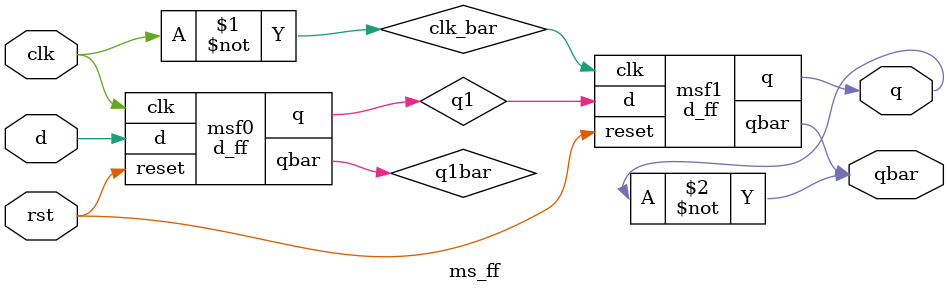
<source format=v>
module d_ff(q, qbar, clk, reset, d);

input d, clk, reset;
output reg q=0, qbar = 1;

always @ (posedge clk) begin

    if(reset == 1) q = 0;
    else q = d;
    
    qbar = ~q;
end
endmodule

module ms_ff(q, qbar, clk, rst, d);
	output q;
	output qbar;
	input clk, rst;
	input d;

	wire clk_bar, q1, q1bar; // inverted clock and intermediate q output of Master

	assign clk_bar = ~clk;
	assign qbar = ~q;

// master slave operation
	d_ff msf0(q1, q1bar, clk, rst, d);
	d_ff msf1(q, qbar, clk_bar, rst, q1);

endmodule
</source>
